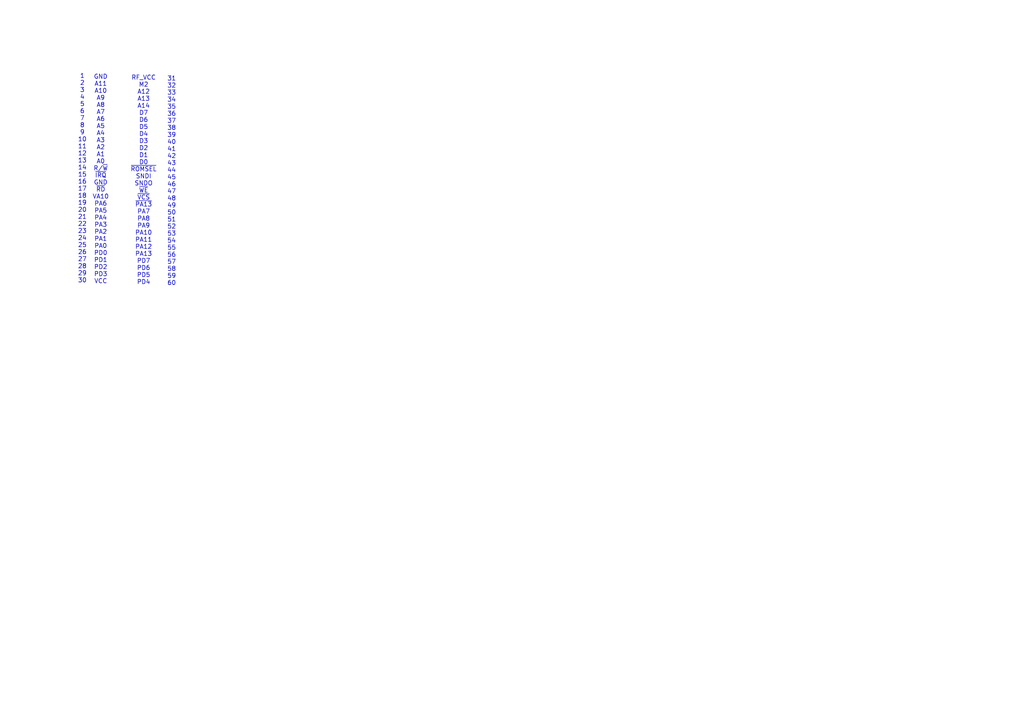
<source format=kicad_sch>
(kicad_sch
	(version 20250114)
	(generator "eeschema")
	(generator_version "9.0")
	(uuid "1f10f642-2c4f-491c-84ee-69864a95457a")
	(paper "A4")
	(lib_symbols)
	(text "31\n32\n33\n34\n35\n36\n37\n38\n39\n40\n41\n42\n43\n44\n45\n46\n47\n48\n49\n50\n51\n52\n53\n54\n55\n56\n57\n58\n59\n60"
		(exclude_from_sim no)
		(at 49.784 52.578 0)
		(effects
			(font
				(size 1.27 1.27)
			)
		)
		(uuid "1b0fe87e-088d-43ec-9d3c-5dd8458d5990")
	)
	(text "RF_VCC\nM2\nA12\nA13\nA14\nD7\nD6\nD5\nD4\nD3\nD2\nD1\nD0\n~{ROMSEL}\nSNDI\nSNDO\n~{WE}\n~{VCS}\n~{PA13}\nPA7\nPA8\nPA9\nPA10\nPA11\nPA12\nPA13\nPD7\nPD6\nPD5\nPD4"
		(exclude_from_sim no)
		(at 41.656 52.324 0)
		(effects
			(font
				(size 1.27 1.27)
			)
		)
		(uuid "2aae5d02-74ec-456a-a031-bea1a25a0fca")
	)
	(text "GND\nA11\nA10\nA9\nA8\nA7\nA6\nA5\nA4\nA3\nA2\nA1\nA0\nR/~{W}\n~{IRQ}\nGND\n~{RD}\nVA10\nPA6\nPA5\nPA4\nPA3\nPA2\nPA1\nPA0\nPD0\nPD1\nPD2\nPD3\nVCC"
		(exclude_from_sim no)
		(at 29.21 52.07 0)
		(effects
			(font
				(size 1.27 1.27)
			)
		)
		(uuid "6a0c1030-b91c-4181-a680-e408edc3a4d4")
	)
	(text "1\n2\n3\n4\n5\n6\n7\n8\n9\n10\n11\n12\n13\n14\n15\n16\n17\n18\n19\n20\n21\n22\n23\n24\n25\n26\n27\n28\n29\n30"
		(exclude_from_sim no)
		(at 23.876 51.816 0)
		(effects
			(font
				(size 1.27 1.27)
			)
		)
		(uuid "d6ae7fe8-3644-4a83-89b5-a3d23128aa69")
	)
)

</source>
